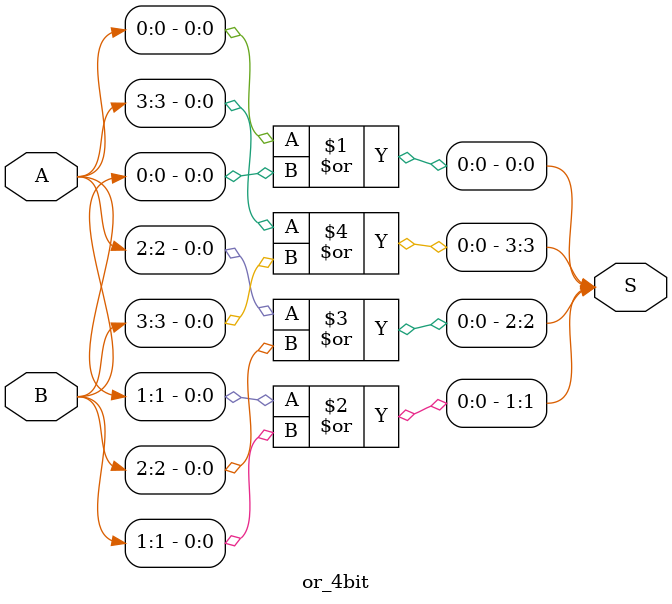
<source format=v>
module alu_scan(
	input wire [1:0] op_code, 	// Operation code
	input wire [3:0] A,			// First operand
	input wire [3:0] B, 		// Second operand
	input wire clk,				// Clock signal
	input wire rst,				// Active-low reset
	input wire scan_en,			// Scan mode enable 
	input wire scan_in, 		// Scan input 
	output reg [3:0] result, 	// ALU result output
	output wire scan_out		// Scan output 
);
	// wire for connecting
	wire [3:0] result_adder;
	wire [3:0] result_sub;
	wire [3:0] result_and;
	wire [3:0] result_or;
	wire adder_carry_out;
	
	// Operation 
	full_adder_4bit fa4bit(.A(A),.B(B),.c_in(1'b0),.c_out(adder_carry_out),.S(result_adder));
	sub_4bit sub4bit(.A(A),.B(B),.S(result_sub));
	and_4bit a4bit(.A(A),.B(B),.S(result_and));
	or_4bit o4bit(.A(A),.B(B),.S(result_or));	
	
	
	always @(posedge clk or negedge rst) begin
		if (!rst) begin
			state <= 4'b0; 	// Reset ALU result 
		end else if (scan_en) begin 
			// Scan mode: Shift left and input scan_in 
			result <= {result[2:0], scan_in};
		end else begin 
			// Normal mode: Perform ALU operations
			case (op_code) 
				2'b00: result <= result_adder;	// Addition
				2'b01: result <= result_sub;	// Subtraction
				2'b10: result <= result_and;	// AND
				2'b11: result <= result_or;		// OR
				default: result <= 4'b0; 		// Default case 
			endcase 
		end
	end 
	
	assign scan_out = result[3]; // MSB as scan output 
endmodule 


// 1-bit Full Adder 
module full_adder(
	input wire A,
	input wire B,
	input c_in,
	output wire c_out,
	output wire S
);
	assign S = A^B^c_in;
	assign c_out = (A&B)|(A&c_in)|(B&c_in);
 endmodule  
 
 // 4-bit Full Adder 
module full_adder_4bit(
	input wire [3:0] A,
	input wire [3:0] B,
	input wire c_in, 
	output wire c_out, 
	output wire [3:0] S
);
	wire [3:0] carry;
	full_adder fa0(.A(A[0]),.B(B[0]),.c_in(0),.c_out(carry[0]),.S(S[0]));
	full_adder fa1(.A(A[1]),.B(B[1]),.c_in(carry[0]),.c_out(carry[1]),.S(S[1]));
	full_adder fa2(.A(A[2]),.B(B[2]),.c_in(carry[1]),.c_out(carry[2]),.S(S[2]));
	full_adder fa3(.A(A[3]),.B(B[3]),.c_in(carry[2]),.c_out(carry[3]),.S(S[3]));
	
	assign c_out = carry[3];
endmodule 

// 4-bit Subtractor module 
module sub_4bit(
	input wire [3:0] A,
	input wire [3:0] B,
	output wire [3:0] S
);
	wire [3:0] minusB;
	wire c_out;
	co2_4bit mB(.A(B),.S(minusB));
	full_adder_4bit fa4_sub(.A(A),.B(minusB),.c_in(1'b0),.c_out(c_cout),.S(S));
endmodule 

// Complementary of 2 for 4-bit
module co2_4bit(
	input wire [3:0] A,
	output wire [3:0] S
);
	wire [3:0] qA;
	wire c_out;
	not_4bit n4(.A(A),.qA(qA));
	full_adder_4bit fa4_co2(.A(qA),.B(4'b0001),.c_in(1'b0),.c_out(c_out),.S(S));
endmodule 

// Not 4 bit module 
module not_4bit(
	input wire [3:0] A,
	output wire [3:0] qA
);
	assign qA[0] = ~A[0];
	assign qA[1] = ~A[1];
	assign qA[2] = ~A[2];
	assign qA[3] = ~A[3];
endmodule

// 4-bit AND module 
module and_4bit(
	input wire [3:0] A,
	input wire [3:0] B,
	output wire [3:0] S
);
	assign S[0] = A[0]&B[0];
	assign S[1] = A[1]&B[1];
	assign S[2] = A[2]&B[2];
	assign S[3] = A[3]&B[3];
endmodule 

// 4-bit OR module 
module or_4bit(
	input wire [3:0] A,
	input wire [3:0] B,
	output wire [3:0] S
);
	assign S[0] = A[0]|B[0];
	assign S[1] = A[1]|B[1];
	assign S[2] = A[2]|B[2];
	assign S[3] = A[3]|B[3];
endmodule 	
</source>
